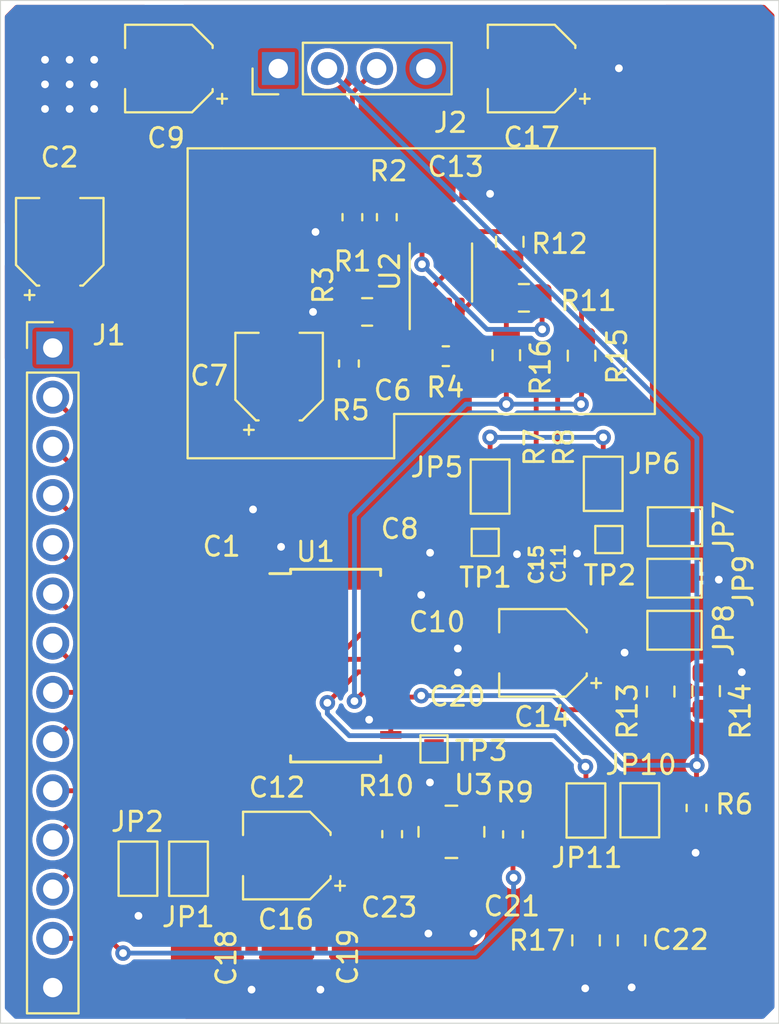
<source format=kicad_pcb>
(kicad_pcb (version 20171130) (host pcbnew "(5.1.5)-3")
  (layers (0 F.Cu signal) (31 B.Cu power) (34 B.Paste user) (35 F.Paste user) (36 B.SilkS user) (37 F.SilkS user) (38 B.Mask user) (39 F.Mask user) (44 Edge.Cuts user))
  (net 0 "")
  (net 1 GND)
  (net 2 AVDD)
  (net 3 "Net-(C6-Pad1)")
  (net 4 "Net-(C6-Pad2)")
  (net 5 "Net-(C10-Pad1)")
  (net 6 "Net-(C11-Pad2)")
  (net 7 "Net-(C12-Pad1)")
  (net 8 "Net-(C12-Pad2)")
  (net 9 AVSS)
  (net 10 "Net-(C15-Pad2)")
  (net 11 PWRCON)
  (net 12 "Net-(C22-Pad1)")
  (net 13 "Net-(C23-Pad1)")
  (net 14 D0)
  (net 15 D1)
  (net 16 D2)
  (net 17 D3)
  (net 18 D4)
  (net 19 D5)
  (net 20 D6)
  (net 21 D7)
  (net 22 D8)
  (net 23 D9)
  (net 24 OTR)
  (net 25 DRVDD)
  (net 26 VID)
  (net 27 CLAMP)
  (net 28 "Net-(JP1-Pad1)")
  (net 29 "Net-(JP7-Pad1)")
  (net 30 B)
  (net 31 A)
  (net 32 "Net-(R9-Pad1)")
  (net 33 CLK)
  (net 34 REFSENSE)
  (net 35 "Net-(U2-Pad7)")
  (net 36 VDD)
  (net 37 "Net-(R11-Pad2)")
  (net 38 "Net-(R12-Pad2)")
  (net 39 "Net-(R15-Pad1)")
  (module Resistor_SMD:R_0603_1608Metric (layer F.Cu) (at 144.93 100.94 270)
    (fp_text reference R10 (at -2.49 0.32 180) (layer F.SilkS))
    (fp_text value 50R)
    (pad 2 smd roundrect (at 0.7875 0 270) (size 0.875 0.95) (layers F.Cu F.Paste F.Mask) (net 13 "Net-(C23-Pad1)"))
    (pad 1 smd roundrect (at -0.7875 0 270) (size 0.875 0.95) (layers F.Cu F.Paste F.Mask) (net 33 CLK))
  )
  (module Package_SO:MSOP-8_3x3mm_P0.65mm (layer F.Cu) (at 147.447 71.9455 90)
    (fp_text reference U2 (at 0.0555 -2.637 90) (layer F.SilkS))
    (fp_text value AD8138)
    (pad 1 smd roundrect (at -2.1125 -0.975 90) (size 1.625 0.5) (layers F.Cu F.Paste F.Mask) (net 38 "Net-(R12-Pad2)"))
    (pad 2 smd roundrect (at -2.1125 -0.325 90) (size 1.625 0.5) (layers F.Cu F.Paste F.Mask) (net 3 "Net-(C6-Pad1)"))
    (pad 3 smd roundrect (at -2.1125 0.325 90) (size 1.625 0.5) (layers F.Cu F.Paste F.Mask) (net 2 AVDD))
    (pad 4 smd roundrect (at -2.1125 0.975 90) (size 1.625 0.5) (layers F.Cu F.Paste F.Mask) (net 30 B))
    (pad 5 smd roundrect (at 2.1125 0.975 90) (size 1.625 0.5) (layers F.Cu F.Paste F.Mask) (net 31 A))
    (pad 6 smd roundrect (at 2.1125 0.325 90) (size 1.625 0.5) (layers F.Cu F.Paste F.Mask) (net 9 AVSS))
    (pad 7 smd roundrect (at 2.1125 -0.325 90) (size 1.625 0.5) (layers F.Cu F.Paste F.Mask) (net 35 "Net-(U2-Pad7)"))
    (pad 8 smd roundrect (at 2.1125 -0.975 90) (size 1.625 0.5) (layers F.Cu F.Paste F.Mask) (net 37 "Net-(R11-Pad2)"))
  )
  (module Jumper:SolderJumper-2_P1.3mm_Open_Pad1.0x1.5mm (layer F.Cu) (at 157.71876 99.70516 270)
    (fp_text reference JP10 (at -2.34516 -0.06124 180) (layer F.SilkS))
    (fp_text value Jumper)
    (pad 1 smd rect (at -0.65 0 270) (size 1 1.5) (layers F.Cu F.Mask) (net 11 PWRCON))
    (pad 2 smd rect (at 0.65 0 270) (size 1 1.5) (layers F.Cu F.Mask) (net 2 AVDD))
  )
  (module Capacitor_SMD:CP_Elec_4x5.4 (layer F.Cu) (at 133.397 61.4135 180)
    (fp_text reference C9 (at 0.147 -3.5865 180) (layer F.SilkS))
    (fp_text value 10uF)
    (pad 2 smd roundrect (at 1.8 0 180) (size 2.6 1.6) (layers F.Cu F.Paste F.Mask) (roundrect_rratio 0.15625) (net 1 GND))
    (pad 1 smd roundrect (at -1.8 0 180) (size 2.6 1.6) (layers F.Cu F.Paste F.Mask) (roundrect_rratio 0.15625) (net 2 AVDD))
  )
  (module Resistor_SMD:R_0603_1608Metric (layer F.Cu) (at 160.64738 99.58832 90)
    (fp_text reference R6 (at 0.18832 1.95262 180) (layer F.SilkS))
    (fp_text value 50R)
    (pad 1 smd roundrect (at -0.7875 0 90) (size 0.875 0.95) (layers F.Cu F.Paste F.Mask) (net 1 GND))
    (pad 2 smd roundrect (at 0.7875 0 90) (size 0.875 0.95) (layers F.Cu F.Paste F.Mask) (net 27 CLAMP))
  )
  (module Resistor_SMD:R_0805_2012Metric (layer F.Cu) (at 154.94308 106.42428 270)
    (fp_text reference R17 (at 0.00572 2.53308 180) (layer F.SilkS))
    (fp_text value TBD)
    (pad 1 smd roundrect (at -0.9375 0 270) (size 0.975 1.4) (layers F.Cu F.Paste F.Mask) (net 12 "Net-(C22-Pad1)"))
    (pad 2 smd roundrect (at 0.9375 0 270) (size 0.975 1.4) (layers F.Cu F.Paste F.Mask) (net 1 GND))
  )
  (module Resistor_SMD:R_0805_2012Metric (layer F.Cu) (at 154.7114 76.2381 90)
    (fp_text reference R15 (at -0.0319 1.8286 270) (layer F.SilkS))
    (fp_text value TBD)
    (pad 1 smd roundrect (at -0.9375 0 90) (size 0.975 1.4) (layers F.Cu F.Paste F.Mask) (net 39 "Net-(R15-Pad1)"))
    (pad 2 smd roundrect (at 0.9375 0 90) (size 0.975 1.4) (layers F.Cu F.Paste F.Mask) (net 31 A))
  )
  (module Resistor_SMD:R_0805_2012Metric (layer F.Cu) (at 161.14522 93.55582 270)
    (fp_text reference R14 (at 1.04418 -1.77478 90) (layer F.SilkS))
    (fp_text value TBD)
    (pad 2 smd roundrect (at 0.9375 0 270) (size 0.975 1.4) (layers F.Cu F.Paste F.Mask) (net 34 REFSENSE))
    (pad 1 smd roundrect (at -0.9375 0 270) (size 0.975 1.4) (layers F.Cu F.Paste F.Mask) (net 1 GND))
  )
  (module Resistor_SMD:R_0805_2012Metric (layer F.Cu) (at 150.8252 76.2127 90)
    (fp_text reference R16 (at -0.6273 1.7648 270) (layer F.SilkS))
    (fp_text value TBD)
    (pad 2 smd roundrect (at 0.9375 0 90) (size 0.975 1.4) (layers F.Cu F.Paste F.Mask) (net 30 B))
    (pad 1 smd roundrect (at -0.9375 0 90) (size 0.975 1.4) (layers F.Cu F.Paste F.Mask) (net 39 "Net-(R15-Pad1)"))
  )
  (module Resistor_SMD:R_0805_2012Metric (layer F.Cu) (at 158.79826 93.57844 90)
    (fp_text reference R13 (at -1.02156 -1.71826 270) (layer F.SilkS))
    (fp_text value TBD)
    (pad 1 smd roundrect (at -0.9375 0 90) (size 0.975 1.4) (layers F.Cu F.Paste F.Mask) (net 34 REFSENSE))
    (pad 2 smd roundrect (at 0.9375 0 90) (size 0.975 1.4) (layers F.Cu F.Paste F.Mask) (net 29 "Net-(JP7-Pad1)"))
  )
  (module Resistor_SMD:R_0603_1608Metric (layer F.Cu) (at 142.6972 76.6445 270)
    (fp_text reference R5 (at 2.413 -0.0889 180) (layer F.SilkS))
    (fp_text value 1k)
    (pad 2 smd roundrect (at 0.7875 0 270) (size 0.875 0.95) (layers F.Cu F.Paste F.Mask) (net 3 "Net-(C6-Pad1)"))
    (pad 1 smd roundrect (at -0.7875 0 270) (size 0.875 0.95) (layers F.Cu F.Paste F.Mask) (net 4 "Net-(C6-Pad2)"))
  )
  (module Capacitor_SMD:C_0402_1005Metric (layer F.Cu) (at 153.987 85.4105 180)
    (fp_text reference C11 (at 0.46686 -1.5591 90) (layer F.SilkS) (effects (font (size 0.7 0.7) (thickness 0.125))))
    (fp_text value 20pF)
    (pad 1 smd roundrect (at -0.485 0 180) (size 0.59 0.64) (layers F.Cu F.Paste F.Mask) (net 1 GND))
    (pad 2 smd roundrect (at 0.485 0 180) (size 0.59 0.64) (layers F.Cu F.Paste F.Mask) (net 6 "Net-(C11-Pad2)"))
  )
  (module Capacitor_SMD:C_0402_1005Metric (layer F.Cu) (at 146.85 104.18 270)
    (fp_text reference C23 (at 0.54 2.08) (layer F.SilkS))
    (fp_text value 15pF)
    (pad 1 smd roundrect (at -0.485 0 270) (size 0.59 0.64) (layers F.Cu F.Paste F.Mask) (net 13 "Net-(C23-Pad1)"))
    (pad 2 smd roundrect (at 0.485 0 270) (size 0.59 0.64) (layers F.Cu F.Paste F.Mask) (net 1 GND))
  )
  (module Jumper:SolderJumper-2_P1.3mm_Open_Pad1.0x1.5mm (layer F.Cu) (at 149.987 82.9945 90)
    (fp_text reference JP5 (at 0.9945 -2.747 180) (layer F.SilkS))
    (fp_text value Jumper)
    (pad 1 smd rect (at -0.65 0 90) (size 1 1.5) (layers F.Cu F.Mask) (net 10 "Net-(C15-Pad2)"))
    (pad 2 smd rect (at 0.65 0 90) (size 1 1.5) (layers F.Cu F.Mask) (net 5 "Net-(C10-Pad1)"))
  )
  (module Jumper:SolderJumper-2_P1.3mm_Open_Pad1.0x1.5mm (layer F.Cu) (at 159.53486 85.0646 180)
    (fp_text reference JP7 (at -2.51714 -0.0254 90) (layer F.SilkS))
    (fp_text value Jumper)
    (pad 2 smd rect (at 0.65 0 180) (size 1 1.5) (layers F.Cu F.Mask) (net 5 "Net-(C10-Pad1)"))
    (pad 1 smd rect (at -0.65 0 180) (size 1 1.5) (layers F.Cu F.Mask) (net 29 "Net-(JP7-Pad1)"))
  )
  (module Capacitor_SMD:C_0402_1005Metric (layer F.Cu) (at 137.7696 86.106 270)
    (fp_text reference C1 (at -0.016 1.6496 180) (layer F.SilkS))
    (fp_text value 0.1uF)
    (pad 1 smd roundrect (at -0.485 0 270) (size 0.59 0.64) (layers F.Cu F.Paste F.Mask) (net 1 GND))
    (pad 2 smd roundrect (at 0.485 0 270) (size 0.59 0.64) (layers F.Cu F.Paste F.Mask) (net 25 DRVDD))
  )
  (module Capacitor_SMD:CP_Elec_4x5.4 (layer F.Cu) (at 127.762 70.358 90)
    (fp_text reference C2 (at 4.358 -0.012 180) (layer F.SilkS))
    (fp_text value 10uF)
    (pad 2 smd roundrect (at 1.8 0 90) (size 2.6 1.6) (layers F.Cu F.Paste F.Mask) (roundrect_rratio 0.15625) (net 1 GND))
    (pad 1 smd roundrect (at -1.8 0 90) (size 2.6 1.6) (layers F.Cu F.Paste F.Mask) (roundrect_rratio 0.15625) (net 25 DRVDD))
  )
  (module Capacitor_SMD:C_0402_1005Metric (layer F.Cu) (at 144.8816 76.1873 90)
    (fp_text reference C6 (at -1.8415 0.0762) (layer F.SilkS))
    (fp_text value 0.1uF)
    (pad 1 smd roundrect (at -0.485 0 90) (size 0.59 0.64) (layers F.Cu F.Paste F.Mask) (net 3 "Net-(C6-Pad1)"))
    (pad 2 smd roundrect (at 0.485 0 90) (size 0.59 0.64) (layers F.Cu F.Paste F.Mask) (net 4 "Net-(C6-Pad2)"))
  )
  (module Capacitor_SMD:CP_Elec_4x5.4 (layer F.Cu) (at 139.0904 77.3176 90)
    (fp_text reference C7 (at 0.0476 -3.6104) (layer F.SilkS))
    (fp_text value 10uF)
    (pad 2 smd roundrect (at 1.8 0 90) (size 2.6 1.6) (layers F.Cu F.Paste F.Mask) (roundrect_rratio 0.15625) (net 4 "Net-(C6-Pad2)"))
    (pad 1 smd roundrect (at -1.8 0 90) (size 2.6 1.6) (layers F.Cu F.Paste F.Mask) (roundrect_rratio 0.15625) (net 3 "Net-(C6-Pad1)"))
  )
  (module Capacitor_SMD:C_0402_1005Metric (layer F.Cu) (at 145.3388 86.4108 180)
    (fp_text reference C8 (at 0.0188 1.2308 180) (layer F.SilkS))
    (fp_text value 0.1uF)
    (pad 2 smd roundrect (at 0.485 0 180) (size 0.59 0.64) (layers F.Cu F.Paste F.Mask) (net 2 AVDD))
    (pad 1 smd roundrect (at -0.485 0 180) (size 0.59 0.64) (layers F.Cu F.Paste F.Mask) (net 1 GND))
  )
  (module Capacitor_SMD:C_0402_1005Metric (layer F.Cu) (at 146.835 91.275)
    (fp_text reference C10 (at 0.415 -1.285 180) (layer F.SilkS))
    (fp_text value 0.1uF)
    (pad 1 smd roundrect (at -0.485 0) (size 0.59 0.64) (layers F.Cu F.Paste F.Mask) (net 5 "Net-(C10-Pad1)"))
    (pad 2 smd roundrect (at 0.485 0) (size 0.59 0.64) (layers F.Cu F.Paste F.Mask) (net 1 GND))
  )
  (module Capacitor_SMD:C_0402_1005Metric (layer F.Cu) (at 141.605 98.552)
    (fp_text reference C12 (at -2.625 -0.022 180) (layer F.SilkS))
    (fp_text value 0.1uF)
    (pad 1 smd roundrect (at -0.485 0) (size 0.59 0.64) (layers F.Cu F.Paste F.Mask) (net 7 "Net-(C12-Pad1)"))
    (pad 2 smd roundrect (at 0.485 0) (size 0.59 0.64) (layers F.Cu F.Paste F.Mask) (net 8 "Net-(C12-Pad2)"))
  )
  (module Capacitor_SMD:C_0402_1005Metric (layer F.Cu) (at 148.209 67.8815)
    (fp_text reference C13 (at 0 -1.397 -180) (layer F.SilkS))
    (fp_text value 0.1uF)
    (pad 2 smd roundrect (at 0.485 0) (size 0.59 0.64) (layers F.Cu F.Paste F.Mask) (net 1 GND))
    (pad 1 smd roundrect (at -0.485 0) (size 0.59 0.64) (layers F.Cu F.Paste F.Mask) (net 9 AVSS))
  )
  (module Capacitor_SMD:CP_Elec_4x5.4 (layer F.Cu) (at 152.7175 91.5797 180)
    (fp_text reference C14 (at 0.0375 -3.3003) (layer F.SilkS))
    (fp_text value 10uF)
    (pad 1 smd roundrect (at -1.8 0 180) (size 2.6 1.6) (layers F.Cu F.Paste F.Mask) (roundrect_rratio 0.15625) (net 1 GND))
    (pad 2 smd roundrect (at 1.8 0 180) (size 2.6 1.6) (layers F.Cu F.Paste F.Mask) (roundrect_rratio 0.15625) (net 5 "Net-(C10-Pad1)"))
  )
  (module Capacitor_SMD:C_0402_1005Metric (layer F.Cu) (at 151.872 85.4105)
    (fp_text reference C15 (at 0.50768 1.61244 270) (layer F.SilkS) (effects (font (size 0.7 0.7))))
    (fp_text value 20pF)
    (pad 2 smd roundrect (at 0.485 0) (size 0.59 0.64) (layers F.Cu F.Paste F.Mask) (net 10 "Net-(C15-Pad2)"))
    (pad 1 smd roundrect (at -0.485 0) (size 0.59 0.64) (layers F.Cu F.Paste F.Mask) (net 1 GND))
  )
  (module Capacitor_SMD:CP_Elec_4x5.4 (layer F.Cu) (at 139.4875 102.0445 180)
    (fp_text reference C16 (at 0.0415 -3.302) (layer F.SilkS))
    (fp_text value 10uF)
    (pad 1 smd roundrect (at -1.8 0 180) (size 2.6 1.6) (layers F.Cu F.Paste F.Mask) (roundrect_rratio 0.15625) (net 8 "Net-(C12-Pad2)"))
    (pad 2 smd roundrect (at 1.8 0 180) (size 2.6 1.6) (layers F.Cu F.Paste F.Mask) (roundrect_rratio 0.15625) (net 7 "Net-(C12-Pad1)"))
  )
  (module Capacitor_SMD:CP_Elec_4x5.4 (layer F.Cu) (at 152.1295 61.4135 180)
    (fp_text reference C17 (at 0 -3.556 180) (layer F.SilkS))
    (fp_text value 10uF)
    (pad 1 smd roundrect (at -1.8 0 180) (size 2.6 1.6) (layers F.Cu F.Paste F.Mask) (roundrect_rratio 0.15625) (net 1 GND))
    (pad 2 smd roundrect (at 1.8 0 180) (size 2.6 1.6) (layers F.Cu F.Paste F.Mask) (roundrect_rratio 0.15625) (net 9 AVSS))
  )
  (module Capacitor_SMD:C_0402_1005Metric (layer F.Cu) (at 137.668 107.292 90)
    (fp_text reference C18 (at -0.038 -1.308 270) (layer F.SilkS))
    (fp_text value 0.1uF)
    (pad 2 smd roundrect (at 0.485 0 90) (size 0.59 0.64) (layers F.Cu F.Paste F.Mask) (net 7 "Net-(C12-Pad1)"))
    (pad 1 smd roundrect (at -0.485 0 90) (size 0.59 0.64) (layers F.Cu F.Paste F.Mask) (net 1 GND))
  )
  (module Capacitor_SMD:C_0402_1005Metric (layer F.Cu) (at 141.2875 107.2515 90)
    (fp_text reference C19 (at -0.0285 1.3525 270) (layer F.SilkS))
    (fp_text value 0.1uF)
    (pad 2 smd roundrect (at 0.485 0 90) (size 0.59 0.64) (layers F.Cu F.Paste F.Mask) (net 8 "Net-(C12-Pad2)"))
    (pad 1 smd roundrect (at -0.485 0 90) (size 0.59 0.64) (layers F.Cu F.Paste F.Mask) (net 1 GND))
  )
  (module Capacitor_SMD:C_0402_1005Metric (layer F.Cu) (at 146.825 92.58 180)
    (fp_text reference C20 (at -1.4725 -1.25) (layer F.SilkS))
    (fp_text value 0.1uF)
    (pad 1 smd roundrect (at -0.485 0 180) (size 0.59 0.64) (layers F.Cu F.Paste F.Mask) (net 1 GND))
    (pad 2 smd roundrect (at 0.485 0 180) (size 0.59 0.64) (layers F.Cu F.Paste F.Mask) (net 11 PWRCON))
  )
  (module Capacitor_SMD:C_0402_1005Metric (layer F.Cu) (at 149.1 104.14 270)
    (fp_text reference C21 (at 0.52 -2.01 180) (layer F.SilkS))
    (fp_text value 0.1uF)
    (pad 2 smd roundrect (at 0.485 0 270) (size 0.59 0.64) (layers F.Cu F.Paste F.Mask) (net 1 GND))
    (pad 1 smd roundrect (at -0.485 0 270) (size 0.59 0.64) (layers F.Cu F.Paste F.Mask) (net 36 VDD))
  )
  (module Capacitor_SMD:C_0805_2012Metric (layer F.Cu) (at 157.29258 106.42428 270)
    (fp_text reference C22 (at -0.03428 -2.52742 180) (layer F.SilkS))
    (fp_text value 1uF)
    (pad 1 smd roundrect (at -0.9375 0 270) (size 0.975 1.4) (layers F.Cu F.Paste F.Mask) (net 12 "Net-(C22-Pad1)"))
    (pad 2 smd roundrect (at 0.9375 0 270) (size 0.975 1.4) (layers F.Cu F.Paste F.Mask) (net 1 GND))
  )
  (module Resistor_SMD:R_0603_1608Metric (layer F.Cu) (at 142.875 69.088 90)
    (fp_text reference R1 (at -2.282 0.005 180) (layer F.SilkS))
    (fp_text value 50R)
    (pad 1 smd roundrect (at -0.7875 0 90) (size 0.875 0.95) (layers F.Cu F.Paste F.Mask) (net 1 GND))
    (pad 2 smd roundrect (at 0.7875 0 90) (size 0.875 0.95) (layers F.Cu F.Paste F.Mask) (net 26 VID))
  )
  (module Resistor_SMD:R_0603_1608Metric (layer F.Cu) (at 144.653 69.088 90)
    (fp_text reference R2 (at 2.378 0.087) (layer F.SilkS))
    (fp_text value 1R)
    (pad 1 smd roundrect (at -0.7875 0 90) (size 0.875 0.95) (layers F.Cu F.Paste F.Mask) (net 37 "Net-(R11-Pad2)"))
    (pad 2 smd roundrect (at 0.7875 0 90) (size 0.875 0.95) (layers F.Cu F.Paste F.Mask) (net 26 VID))
  )
  (module Resistor_SMD:R_0805_2012Metric (layer F.Cu) (at 143.637 73.9775 180)
    (fp_text reference R3 (at 2.2733 1.3843 270) (layer F.SilkS))
    (fp_text value 25R)
    (pad 1 smd roundrect (at -0.9375 0 180) (size 0.975 1.4) (layers F.Cu F.Paste F.Mask) (net 38 "Net-(R12-Pad2)"))
    (pad 2 smd roundrect (at 0.9375 0 180) (size 0.975 1.4) (layers F.Cu F.Paste F.Mask) (net 1 GND))
  )
  (module Resistor_SMD:R_0603_1608Metric (layer F.Cu) (at 147.701 76.2635)
    (fp_text reference R4 (at -0.0254 1.6129) (layer F.SilkS))
    (fp_text value 1k)
    (pad 1 smd roundrect (at -0.7875 0) (size 0.875 0.95) (layers F.Cu F.Paste F.Mask) (net 3 "Net-(C6-Pad1)"))
    (pad 2 smd roundrect (at 0.7875 0) (size 0.875 0.95) (layers F.Cu F.Paste F.Mask) (net 2 AVDD))
  )
  (module Resistor_SMD:R_0402_1005Metric (layer F.Cu) (at 152.367 83.0705 270)
    (fp_text reference R7 (at -2.108 0.094 90) (layer F.SilkS))
    (fp_text value 10R)
    (pad 1 smd roundrect (at -0.485 0 270) (size 0.59 0.64) (layers F.Cu F.Paste F.Mask) (net 30 B))
    (pad 2 smd roundrect (at 0.485 0 270) (size 0.59 0.64) (layers F.Cu F.Paste F.Mask) (net 10 "Net-(C15-Pad2)"))
  )
  (module Resistor_SMD:R_0402_1005Metric (layer F.Cu) (at 153.477 83.0605 270)
    (fp_text reference R8 (at -2.098 -0.32 90) (layer F.SilkS))
    (fp_text value 10R)
    (pad 2 smd roundrect (at 0.485 0 270) (size 0.59 0.64) (layers F.Cu F.Paste F.Mask) (net 6 "Net-(C11-Pad2)"))
    (pad 1 smd roundrect (at -0.485 0 270) (size 0.59 0.64) (layers F.Cu F.Paste F.Mask) (net 31 A))
  )
  (module Resistor_SMD:R_0603_1608Metric (layer F.Cu) (at 151.17 100.9525 270)
    (fp_text reference R9 (at -2.1725 -0.1 180) (layer F.SilkS))
    (fp_text value 1k)
    (pad 2 smd roundrect (at 0.7875 0 270) (size 0.875 0.95) (layers F.Cu F.Paste F.Mask) (net 36 VDD))
    (pad 1 smd roundrect (at -0.7875 0 270) (size 0.875 0.95) (layers F.Cu F.Paste F.Mask) (net 32 "Net-(R9-Pad1)"))
  )
  (module Package_SO:TSSOP-28_4.4x9.7mm_P0.65mm (layer F.Cu) (at 142.009 92.238788)
    (fp_text reference U1 (at -1.039 -5.878788) (layer F.SilkS))
    (fp_text value AD9203)
    (pad 1 smd rect (at -2.85 -4.225) (size 1.1 0.4) (layers F.Cu F.Paste F.Mask) (net 1 GND))
    (pad 2 smd rect (at -2.85 -3.575) (size 1.1 0.4) (layers F.Cu F.Paste F.Mask) (net 25 DRVDD))
    (pad 3 smd rect (at -2.85 -2.925) (size 1.1 0.4) (layers F.Cu F.Paste F.Mask) (net 14 D0))
    (pad 4 smd rect (at -2.85 -2.275) (size 1.1 0.4) (layers F.Cu F.Paste F.Mask) (net 15 D1))
    (pad 5 smd rect (at -2.85 -1.625) (size 1.1 0.4) (layers F.Cu F.Paste F.Mask) (net 16 D2))
    (pad 6 smd rect (at -2.85 -0.975) (size 1.1 0.4) (layers F.Cu F.Paste F.Mask) (net 17 D3))
    (pad 7 smd rect (at -2.85 -0.325) (size 1.1 0.4) (layers F.Cu F.Paste F.Mask) (net 18 D4))
    (pad 8 smd rect (at -2.85 0.325) (size 1.1 0.4) (layers F.Cu F.Paste F.Mask) (net 19 D5))
    (pad 9 smd rect (at -2.85 0.975) (size 1.1 0.4) (layers F.Cu F.Paste F.Mask) (net 20 D6))
    (pad 10 smd rect (at -2.85 1.625) (size 1.1 0.4) (layers F.Cu F.Paste F.Mask) (net 21 D7))
    (pad 11 smd rect (at -2.85 2.275) (size 1.1 0.4) (layers F.Cu F.Paste F.Mask) (net 22 D8))
    (pad 12 smd rect (at -2.85 2.925) (size 1.1 0.4) (layers F.Cu F.Paste F.Mask) (net 23 D9))
    (pad 13 smd rect (at -2.85 3.575) (size 1.1 0.4) (layers F.Cu F.Paste F.Mask) (net 24 OTR))
    (pad 14 smd rect (at -2.85 4.225) (size 1.1 0.4) (layers F.Cu F.Paste F.Mask) (net 28 "Net-(JP1-Pad1)"))
    (pad 15 smd rect (at 2.85 4.225) (size 1.1 0.4) (layers F.Cu F.Paste F.Mask) (net 33 CLK))
    (pad 16 smd rect (at 2.85 3.575) (size 1.1 0.4) (layers F.Cu F.Paste F.Mask) (net 1 GND))
    (pad 17 smd rect (at 2.85 2.925) (size 1.1 0.4) (layers F.Cu F.Paste F.Mask) (net 1 GND))
    (pad 18 smd rect (at 2.85 2.275) (size 1.1 0.4) (layers F.Cu F.Paste F.Mask) (net 34 REFSENSE))
    (pad 19 smd rect (at 2.85 1.625) (size 1.1 0.4) (layers F.Cu F.Paste F.Mask) (net 27 CLAMP))
    (pad 20 smd rect (at 2.85 0.975) (size 1.1 0.4) (layers F.Cu F.Paste F.Mask) (net 39 "Net-(R15-Pad1)"))
    (pad 21 smd rect (at 2.85 0.325) (size 1.1 0.4) (layers F.Cu F.Paste F.Mask) (net 11 PWRCON))
    (pad 22 smd rect (at 2.85 -0.325) (size 1.1 0.4) (layers F.Cu F.Paste F.Mask) (net 8 "Net-(C12-Pad2)"))
    (pad 23 smd rect (at 2.85 -0.975) (size 1.1 0.4) (layers F.Cu F.Paste F.Mask) (net 5 "Net-(C10-Pad1)"))
    (pad 24 smd rect (at 2.85 -1.625) (size 1.1 0.4) (layers F.Cu F.Paste F.Mask) (net 7 "Net-(C12-Pad1)"))
    (pad 25 smd rect (at 2.85 -2.275) (size 1.1 0.4) (layers F.Cu F.Paste F.Mask) (net 6 "Net-(C11-Pad2)"))
    (pad 26 smd rect (at 2.85 -2.925) (size 1.1 0.4) (layers F.Cu F.Paste F.Mask) (net 10 "Net-(C15-Pad2)"))
    (pad 27 smd rect (at 2.85 -3.575) (size 1.1 0.4) (layers F.Cu F.Paste F.Mask) (net 1 GND))
    (pad 28 smd rect (at 2.85 -4.225) (size 1.1 0.4) (layers F.Cu F.Paste F.Mask) (net 2 AVDD))
  )
  (module Connector_PinHeader_2.54mm:PinHeader_1x04_P2.54mm_Vertical (layer F.Cu) (at 139.0485 61.4135 90)
    (fp_text reference J2 (at -2.794 8.89 180) (layer F.SilkS))
    (fp_text value Conn_01x04_Male)
    (pad 1 thru_hole rect (at 0 0 90) (size 1.7 1.7) (drill 1) (layers *.Cu *.Mask) (net 2 AVDD))
    (pad 2 thru_hole oval (at 0 2.54 90) (size 1.7 1.7) (drill 1) (layers *.Cu *.Mask) (net 27 CLAMP))
    (pad 3 thru_hole oval (at 0 5.08 90) (size 1.7 1.7) (drill 1) (layers *.Cu *.Mask) (net 26 VID))
    (pad 4 thru_hole oval (at 0 7.62 90) (size 1.7 1.7) (drill 1) (layers *.Cu *.Mask) (net 9 AVSS))
  )
  (module TestPoint:TestPoint_Pad_1.0x1.0mm (layer F.Cu) (at 147.09 96.54 270)
    (fp_text reference TP3 (at 0.1 -2.44 180) (layer F.SilkS))
    (fp_text value TestPoint)
    (pad 1 smd rect (at 0 0 270) (size 1 1) (layers F.Cu F.Mask) (net 33 CLK))
  )
  (module Connector_PinHeader_2.54mm:PinHeader_1x14_P2.54mm_Vertical (layer F.Cu) (at 127.4 75.84)
    (fp_text reference J1 (at 2.902 -0.656) (layer F.SilkS))
    (fp_text value Conn_01x14_Male)
    (pad 1 thru_hole rect (at 0 0) (size 1.7 1.7) (drill 1) (layers *.Cu *.Mask) (net 25 DRVDD))
    (pad 2 thru_hole oval (at 0 2.54) (size 1.7 1.7) (drill 1) (layers *.Cu *.Mask) (net 14 D0))
    (pad 3 thru_hole oval (at 0 5.08) (size 1.7 1.7) (drill 1) (layers *.Cu *.Mask) (net 15 D1))
    (pad 4 thru_hole oval (at 0 7.62) (size 1.7 1.7) (drill 1) (layers *.Cu *.Mask) (net 16 D2))
    (pad 5 thru_hole oval (at 0 10.16) (size 1.7 1.7) (drill 1) (layers *.Cu *.Mask) (net 17 D3))
    (pad 6 thru_hole oval (at 0 12.7) (size 1.7 1.7) (drill 1) (layers *.Cu *.Mask) (net 18 D4))
    (pad 7 thru_hole oval (at 0 15.24) (size 1.7 1.7) (drill 1) (layers *.Cu *.Mask) (net 19 D5))
    (pad 8 thru_hole oval (at 0 17.78) (size 1.7 1.7) (drill 1) (layers *.Cu *.Mask) (net 20 D6))
    (pad 9 thru_hole oval (at 0 20.32) (size 1.7 1.7) (drill 1) (layers *.Cu *.Mask) (net 21 D7))
    (pad 10 thru_hole oval (at 0 22.86) (size 1.7 1.7) (drill 1) (layers *.Cu *.Mask) (net 22 D8))
    (pad 11 thru_hole oval (at 0 25.4) (size 1.7 1.7) (drill 1) (layers *.Cu *.Mask) (net 23 D9))
    (pad 12 thru_hole oval (at 0 27.94) (size 1.7 1.7) (drill 1) (layers *.Cu *.Mask) (net 24 OTR))
    (pad 13 thru_hole oval (at 0 30.48) (size 1.7 1.7) (drill 1) (layers *.Cu *.Mask) (net 36 VDD))
    (pad 14 thru_hole oval (at 0 33.02) (size 1.7 1.7) (drill 1) (layers *.Cu *.Mask) (net 1 GND))
  )
  (module TestPoint:TestPoint_Pad_1.0x1.0mm (layer F.Cu) (at 149.73554 85.87486 180)
    (fp_text reference TP1 (at -0.01524 -1.81356 180) (layer F.SilkS))
    (fp_text value TestPoint)
    (pad 1 smd rect (at 0 0 180) (size 1 1) (layers F.Cu F.Mask) (net 10 "Net-(C15-Pad2)"))
  )
  (module TestPoint:TestPoint_Pad_1.0x1.0mm (layer F.Cu) (at 156.1211 85.73008)
    (fp_text reference TP2 (at 0.0508 1.84404 180) (layer F.SilkS))
    (fp_text value TestPoint)
    (pad 1 smd rect (at 0 0) (size 1 1) (layers F.Cu F.Mask) (net 6 "Net-(C11-Pad2)"))
  )
  (module Jumper:SolderJumper-2_P1.3mm_Open_Pad1.0x1.5mm (layer F.Cu) (at 134.4105 102.72472 270)
    (fp_text reference JP1 (at 2.49528 0.0105) (layer F.SilkS))
    (fp_text value Jumper)
    (pad 1 smd rect (at -0.65 0 270) (size 1 1.5) (layers F.Cu F.Mask) (net 28 "Net-(JP1-Pad1)"))
    (pad 2 smd rect (at 0.65 0 270) (size 1 1.5) (layers F.Cu F.Mask) (net 2 AVDD))
  )
  (module Jumper:SolderJumper-2_P1.3mm_Open_Pad1.0x1.5mm (layer F.Cu) (at 155.829 82.8525 90)
    (fp_text reference JP6 (at 1.0325 2.641 180) (layer F.SilkS))
    (fp_text value Jumper)
    (pad 1 smd rect (at -0.65 0 90) (size 1 1.5) (layers F.Cu F.Mask) (net 6 "Net-(C11-Pad2)"))
    (pad 2 smd rect (at 0.65 0 90) (size 1 1.5) (layers F.Cu F.Mask) (net 5 "Net-(C10-Pad1)"))
  )
  (module Jumper:SolderJumper-2_P1.3mm_Open_Pad1.0x1.5mm (layer F.Cu) (at 159.512 90.41384 180)
    (fp_text reference JP8 (at -2.54 -0.01016 90) (layer F.SilkS))
    (fp_text value Jumper)
    (pad 2 smd rect (at 0.65 0 180) (size 1 1.5) (layers F.Cu F.Mask) (net 29 "Net-(JP7-Pad1)"))
    (pad 1 smd rect (at -0.65 0 180) (size 1 1.5) (layers F.Cu F.Mask) (net 2 AVDD))
  )
  (module Jumper:SolderJumper-2_P1.3mm_Open_Pad1.0x1.5mm (layer F.Cu) (at 159.512 87.72652 180)
    (fp_text reference JP9 (at -3.556 -0.15748 90) (layer F.SilkS))
    (fp_text value Jumper)
    (pad 2 smd rect (at 0.65 0 180) (size 1 1.5) (layers F.Cu F.Mask) (net 29 "Net-(JP7-Pad1)"))
    (pad 1 smd rect (at -0.65 0 180) (size 1 1.5) (layers F.Cu F.Mask) (net 1 GND))
  )
  (module Jumper:SolderJumper-2_P1.3mm_Open_Pad1.0x1.5mm (layer F.Cu) (at 154.93746 99.71786 270)
    (fp_text reference JP11 (at 2.44214 -0.05254 180) (layer F.SilkS))
    (fp_text value Jumper)
    (pad 2 smd rect (at 0.65 0 270) (size 1 1.5) (layers F.Cu F.Mask) (net 12 "Net-(C22-Pad1)"))
    (pad 1 smd rect (at -0.65 0 270) (size 1 1.5) (layers F.Cu F.Mask) (net 11 PWRCON))
  )
  (module Jumper:SolderJumper-2_P1.3mm_Open_Pad1.0x1.5mm (layer F.Cu) (at 131.8 102.72218 270)
    (fp_text reference JP2 (at -2.42218 0.03) (layer F.SilkS))
    (fp_text value Jumper)
    (pad 2 smd rect (at 0.65 0 270) (size 1 1.5) (layers F.Cu F.Mask) (net 1 GND))
    (pad 1 smd rect (at -0.65 0 270) (size 1 1.5) (layers F.Cu F.Mask) (net 28 "Net-(JP1-Pad1)"))
  )
  (module Resistor_SMD:R_0805_2012Metric (layer F.Cu) (at 151.73452 73.25106)
    (fp_text reference R11 (at 3.33248 0.15494) (layer F.SilkS))
    (fp_text value TBD)
    (pad 2 smd roundrect (at 0.9375 0) (size 0.975 1.4) (layers F.Cu F.Paste F.Mask) (net 37 "Net-(R11-Pad2)"))
    (pad 1 smd roundrect (at -0.9375 0) (size 0.975 1.4) (layers F.Cu F.Paste F.Mask) (net 30 B))
  )
  (module Resistor_SMD:R_0805_2012Metric (layer F.Cu) (at 151.003 70.358 270)
    (fp_text reference R12 (at 0.1016 -2.5654 180) (layer F.SilkS))
    (fp_text value TBD)
    (pad 1 smd roundrect (at -0.9375 0 270) (size 0.975 1.4) (layers F.Cu F.Paste F.Mask) (net 31 A))
    (pad 2 smd roundrect (at 0.9375 0 270) (size 0.975 1.4) (layers F.Cu F.Paste F.Mask) (net 38 "Net-(R12-Pad2)"))
  )
  (module Oscillator:Oscillator_SMD_SiT8208-4Pin_3.2x2.5mm_P0.75mm (layer F.Cu) (at 147.99 100.87 180)
    (fp_text reference U3 (at -1.14 2.48) (layer F.SilkS))
    (fp_text value SIT8208AI-2F-33E-27.000000Y)
    (pad 4 smd rect (at -1.1 -0.9 180) (size 1.4 1.2) (layers F.Cu F.Paste F.Mask) (net 36 VDD))
    (pad 1 smd rect (at -1.1 1 180) (size 1.4 1.2) (layers F.Cu F.Paste F.Mask) (net 32 "Net-(R9-Pad1)"))
    (pad 3 smd rect (at 1.1 -0.9 180) (size 1.4 1.2) (layers F.Cu F.Paste F.Mask) (net 13 "Net-(C23-Pad1)"))
    (pad 2 smd rect (at 1.1 1 180) (size 1.4 1.2) (layers F.Cu F.Paste F.Mask) (net 1 GND))
  )
  (gr_line (start 134.366 65.532) (end 136.144 65.532) (layer F.SilkS) (width 0.12))
  (gr_line (start 134.366 81.534) (end 134.366 65.532) (layer F.SilkS) (width 0.12))
  (gr_line (start 145.034 81.534) (end 134.366 81.534) (layer F.SilkS) (width 0.12))
  (gr_line (start 145.034 79.248) (end 145.034 81.534) (layer F.SilkS) (width 0.12))
  (gr_line (start 158.496 79.248) (end 145.034 79.248) (layer F.SilkS) (width 0.12))
  (gr_line (start 158.496 65.532) (end 158.496 79.248) (layer F.SilkS) (width 0.12))
  (gr_line (start 136.144 65.532) (end 158.496 65.532) (layer F.SilkS) (width 0.12))
  (gr_line (start 164.9 57.9) (end 124.7 57.9) (layer Edge.Cuts) (width 0.05))
  (gr_line (start 164.9 110.7) (end 164.9 57.9) (layer Edge.Cuts) (width 0.05))
  (gr_line (start 124.7 110.7) (end 164.9 110.7) (layer Edge.Cuts) (width 0.05))
  (gr_line (start 124.7 57.9) (end 124.7 110.7) (layer Edge.Cuts) (width 0.05))
  (segment (start 144.859 95.813788) (end 144.859 95.163788) (width 0.25) (layer F.Cu) (net 1))
  (segment (start 144.854788 88.668) (end 144.859 88.663788) (width 0.25) (layer F.Cu) (net 1))
  (via (at 139.192 86.106) (size 0.8) (drill 0.4) (layers F.Cu B.Cu) (net 1))
  (segment (start 139.159 88.013788) (end 139.159 86.139) (width 0.25) (layer F.Cu) (net 1))
  (segment (start 139.159 86.139) (end 139.192 86.106) (width 0.25) (layer F.Cu) (net 1))
  (via (at 149.987 67.8815) (size 0.8) (drill 0.4) (layers F.Cu B.Cu) (net 1))
  (segment (start 148.694 67.8815) (end 149.987 67.8815) (width 0.25) (layer F.Cu) (net 1))
  (via (at 140.843 73.9775) (size 0.8) (drill 0.4) (layers F.Cu B.Cu) (net 1))
  (segment (start 142.6995 73.9775) (end 140.843 73.9775) (width 0.25) (layer F.Cu) (net 1))
  (via (at 156.9339 91.567) (size 0.8) (drill 0.4) (layers F.Cu B.Cu) (net 1))
  (segment (start 154.5175 91.5797) (end 156.9212 91.5797) (width 0.25) (layer F.Cu) (net 1))
  (segment (start 156.9212 91.5797) (end 156.9339 91.567) (width 0.25) (layer F.Cu) (net 1))
  (via (at 162.98672 92.57538) (size 0.8) (drill 0.4) (layers F.Cu B.Cu) (net 1))
  (segment (start 161.14522 92.61832) (end 162.94378 92.61832) (width 0.25) (layer F.Cu) (net 1))
  (segment (start 162.94378 92.61832) (end 162.98672 92.57538) (width 0.25) (layer F.Cu) (net 1))
  (via (at 151.37638 86.487) (size 0.8) (drill 0.4) (layers F.Cu B.Cu) (net 1))
  (segment (start 151.387 85.4105) (end 151.387 86.47638) (width 0.25) (layer F.Cu) (net 1))
  (segment (start 151.387 86.47638) (end 151.37638 86.487) (width 0.25) (layer F.Cu) (net 1))
  (via (at 154.48026 86.45144) (size 0.8) (drill 0.4) (layers F.Cu B.Cu) (net 1))
  (segment (start 154.472 85.4105) (end 154.472 86.44318) (width 0.25) (layer F.Cu) (net 1))
  (segment (start 154.472 86.44318) (end 154.48026 86.45144) (width 0.25) (layer F.Cu) (net 1))
  (segment (start 160.162 87.72652) (end 161.72652 87.72652) (width 0.25) (layer F.Cu) (net 1))
  (via (at 161.8 87.8) (size 0.8) (drill 0.4) (layers F.Cu B.Cu) (net 1))
  (segment (start 161.72652 87.72652) (end 161.8 87.8) (width 0.25) (layer F.Cu) (net 1))
  (via (at 140.97 69.85) (size 0.8) (drill 0.4) (layers F.Cu B.Cu) (net 1))
  (segment (start 142.875 69.8755) (end 140.9955 69.8755) (width 0.25) (layer F.Cu) (net 1))
  (segment (start 140.9955 69.8755) (end 140.97 69.85) (width 0.25) (layer F.Cu) (net 1))
  (via (at 137.668 108.966) (size 0.8) (drill 0.4) (layers F.Cu B.Cu) (net 1))
  (segment (start 137.668 107.777) (end 137.668 108.966) (width 0.25) (layer F.Cu) (net 1))
  (segment (start 141.2875 107.7365) (end 141.2875 108.9025) (width 0.25) (layer F.Cu) (net 1))
  (via (at 141.224 108.966) (size 0.8) (drill 0.4) (layers F.Cu B.Cu) (net 1))
  (segment (start 141.2875 108.9025) (end 141.224 108.966) (width 0.25) (layer F.Cu) (net 1))
  (via (at 131.826 105.156) (size 0.8) (drill 0.4) (layers F.Cu B.Cu) (net 1))
  (segment (start 131.8 103.37218) (end 131.8 105.13) (width 0.25) (layer F.Cu) (net 1))
  (segment (start 131.8 105.13) (end 131.826 105.156) (width 0.25) (layer F.Cu) (net 1))
  (via (at 160.6 101.9) (size 0.8) (drill 0.4) (layers F.Cu B.Cu) (net 1))
  (segment (start 160.64738 100.37582) (end 160.64738 101.85262) (width 0.25) (layer F.Cu) (net 1))
  (segment (start 160.64738 101.85262) (end 160.6 101.9) (width 0.25) (layer F.Cu) (net 1))
  (segment (start 154.94308 107.36178) (end 154.94308 108.85692) (width 0.25) (layer F.Cu) (net 1))
  (via (at 154.9 108.9) (size 0.8) (drill 0.4) (layers F.Cu B.Cu) (net 1))
  (segment (start 154.94308 108.85692) (end 154.9 108.9) (width 0.25) (layer F.Cu) (net 1))
  (via (at 157.3 108.85) (size 0.8) (drill 0.4) (layers F.Cu B.Cu) (net 1))
  (segment (start 157.29258 107.36178) (end 157.29258 108.84258) (width 0.25) (layer F.Cu) (net 1))
  (segment (start 157.29258 108.84258) (end 157.3 108.85) (width 0.25) (layer F.Cu) (net 1))
  (via (at 127 60.96) (size 0.8) (drill 0.4) (layers F.Cu B.Cu) (net 1))
  (via (at 128.27 60.96) (size 0.8) (drill 0.4) (layers F.Cu B.Cu) (net 1))
  (via (at 127 62.23) (size 0.8) (drill 0.4) (layers F.Cu B.Cu) (net 1))
  (via (at 128.27 62.23) (size 0.8) (drill 0.4) (layers F.Cu B.Cu) (net 1))
  (via (at 127 63.5) (size 0.8) (drill 0.4) (layers F.Cu B.Cu) (net 1))
  (via (at 128.27 63.5) (size 0.8) (drill 0.4) (layers F.Cu B.Cu) (net 1))
  (via (at 129.54 63.5) (size 0.8) (drill 0.4) (layers F.Cu B.Cu) (net 1))
  (via (at 129.54 62.23) (size 0.8) (drill 0.4) (layers F.Cu B.Cu) (net 1))
  (via (at 129.54 60.96) (size 0.8) (drill 0.4) (layers F.Cu B.Cu) (net 1))
  (via (at 143.74 95.03) (size 0.8) (drill 0.4) (layers F.Cu B.Cu) (net 1))
  (segment (start 144.859 95.163788) (end 143.873788 95.163788) (width 0.25) (layer F.Cu) (net 1))
  (segment (start 143.873788 95.163788) (end 143.74 95.03) (width 0.25) (layer F.Cu) (net 1))
  (via (at 156.64 61.4) (size 0.8) (drill 0.4) (layers F.Cu B.Cu) (net 1))
  (segment (start 153.9295 61.4135) (end 156.6265 61.4135) (width 0.25) (layer F.Cu) (net 1))
  (segment (start 156.6265 61.4135) (end 156.64 61.4) (width 0.25) (layer F.Cu) (net 1))
  (segment (start 137.7696 85.621) (end 137.7696 84.201) (width 0.25) (layer F.Cu) (net 1))
  (via (at 137.7442 84.1756) (size 0.8) (drill 0.4) (layers F.Cu B.Cu) (net 1))
  (segment (start 137.7696 84.201) (end 137.7442 84.1756) (width 0.25) (layer F.Cu) (net 1))
  (via (at 146.431 88.588788) (size 0.8) (drill 0.4) (layers F.Cu B.Cu) (net 1))
  (segment (start 144.859 88.663788) (end 146.356 88.663788) (width 0.25) (layer F.Cu) (net 1))
  (segment (start 146.356 88.663788) (end 146.431 88.588788) (width 0.25) (layer F.Cu) (net 1))
  (via (at 146.8882 86.4108) (size 0.8) (drill 0.4) (layers F.Cu B.Cu) (net 1))
  (segment (start 145.8238 86.4108) (end 146.8882 86.4108) (width 0.25) (layer F.Cu) (net 1))
  (via (at 148.33 92.59) (size 0.8) (drill 0.4) (layers F.Cu B.Cu) (net 1))
  (segment (start 147.31 92.58) (end 148.32 92.58) (width 0.25) (layer F.Cu) (net 1))
  (segment (start 148.32 92.58) (end 148.33 92.59) (width 0.25) (layer F.Cu) (net 1))
  (via (at 148.32 91.35499) (size 0.8) (drill 0.4) (layers F.Cu B.Cu) (net 1))
  (segment (start 147.32 91.275) (end 148.24001 91.275) (width 0.25) (layer F.Cu) (net 1))
  (segment (start 148.24001 91.275) (end 148.32 91.35499) (width 0.25) (layer F.Cu) (net 1))
  (via (at 146.88 98.27) (size 0.8) (drill 0.4) (layers F.Cu B.Cu) (net 1))
  (segment (start 146.89 99.87) (end 146.89 98.28) (width 0.25) (layer F.Cu) (net 1))
  (segment (start 146.89 98.28) (end 146.88 98.27) (width 0.25) (layer F.Cu) (net 1))
  (via (at 146.8 106.07) (size 0.8) (drill 0.4) (layers F.Cu B.Cu) (net 1))
  (segment (start 146.85 104.665) (end 146.85 106.02) (width 0.25) (layer F.Cu) (net 1))
  (segment (start 146.85 106.02) (end 146.8 106.07) (width 0.25) (layer F.Cu) (net 1))
  (via (at 149.13 106.07) (size 0.8) (drill 0.4) (layers F.Cu B.Cu) (net 1))
  (segment (start 149.1 104.625) (end 149.1 106.04) (width 0.25) (layer F.Cu) (net 1))
  (segment (start 149.1 106.04) (end 149.13 106.07) (width 0.25) (layer F.Cu) (net 1))
  (segment (start 144.879 87.993788) (end 144.859 88.013788) (width 0.25) (layer F.Cu) (net 2))
  (segment (start 144.839 87.993788) (end 144.859 88.013788) (width 0.25) (layer F.Cu) (net 2))
  (segment (start 147.772 74.8705) (end 147.772 74.058) (width 0.25) (layer F.Cu) (net 2))
  (segment (start 148.4885 75.7885) (end 147.772 75.072) (width 0.25) (layer F.Cu) (net 2))
  (segment (start 148.4885 76.2635) (end 148.4885 75.7885) (width 0.25) (layer F.Cu) (net 2))
  (segment (start 147.122 76.055) (end 146.9135 76.2635) (width 0.25) (layer F.Cu) (net 3))
  (segment (start 147.122 74.058) (end 147.122 76.055) (width 0.25) (layer F.Cu) (net 3))
  (segment (start 146.982 76.2635) (end 146.9135 76.2635) (width 0.25) (layer F.Cu) (net 3))
  (segment (start 146.5047 76.6723) (end 146.9135 76.2635) (width 0.25) (layer F.Cu) (net 3))
  (segment (start 144.8816 76.6723) (end 146.5047 76.6723) (width 0.25) (layer F.Cu) (net 3))
  (segment (start 144.8816 76.9673) (end 144.8816 76.6723) (width 0.25) (layer F.Cu) (net 3))
  (segment (start 144.4169 77.432) (end 144.8816 76.9673) (width 0.25) (layer F.Cu) (net 3))
  (segment (start 142.6972 77.432) (end 144.4169 77.432) (width 0.25) (layer F.Cu) (net 3))
  (segment (start 140.776 77.432) (end 139.0904 79.1176) (width 0.25) (layer F.Cu) (net 3))
  (segment (start 142.6972 77.432) (end 140.776 77.432) (width 0.25) (layer F.Cu) (net 3))
  (segment (start 142.8519 75.7023) (end 142.6972 75.857) (width 0.25) (layer F.Cu) (net 4))
  (segment (start 144.8816 75.7023) (end 142.8519 75.7023) (width 0.25) (layer F.Cu) (net 4))
  (segment (start 139.4298 75.857) (end 139.0904 75.5176) (width 0.25) (layer F.Cu) (net 4))
  (segment (start 142.6972 75.857) (end 139.4298 75.857) (width 0.25) (layer F.Cu) (net 4))
  (via (at 149.987 80.4545) (size 0.8) (drill 0.4) (layers F.Cu B.Cu) (net 5))
  (segment (start 149.987 82.3445) (end 149.987 80.4545) (width 0.25) (layer F.Cu) (net 5))
  (via (at 155.829 80.4545) (size 0.8) (drill 0.4) (layers F.Cu B.Cu) (net 5))
  (segment (start 155.829 82.2025) (end 155.829 80.4545) (width 0.25) (layer F.Cu) (net 5))
  (segment (start 150.552685 80.4545) (end 155.829 80.4545) (width 0.25) (layer B.Cu) (net 5))
  (segment (start 149.987 80.4545) (end 150.552685 80.4545) (width 0.25) (layer B.Cu) (net 5))
  (segment (start 158.88486 85.3146) (end 154.5781 89.62136) (width 0.25) (layer F.Cu) (net 5))
  (segment (start 158.88486 85.0646) (end 158.88486 85.3146) (width 0.25) (layer F.Cu) (net 5))
  (segment (start 152.87584 89.62136) (end 150.9175 91.5797) (width 0.25) (layer F.Cu) (net 5))
  (segment (start 154.5781 89.62136) (end 152.87584 89.62136) (width 0.25) (layer F.Cu) (net 5))
  (segment (start 156.829 82.2025) (end 155.829 82.2025) (width 0.25) (layer F.Cu) (net 5))
  (segment (start 157.02276 82.2025) (end 156.829 82.2025) (width 0.25) (layer F.Cu) (net 5))
  (segment (start 158.88486 84.0646) (end 157.02276 82.2025) (width 0.25) (layer F.Cu) (net 5))
  (segment (start 158.88486 85.0646) (end 158.88486 84.0646) (width 0.25) (layer F.Cu) (net 5))
  (segment (start 144.870212 91.275) (end 144.859 91.263788) (width 0.25) (layer F.Cu) (net 5))
  (segment (start 146.35 91.275) (end 144.870212 91.275) (width 0.25) (layer F.Cu) (net 5))
  (segment (start 150.1175 90.7797) (end 150.9175 91.5797) (width 0.25) (layer F.Cu) (net 5))
  (segment (start 149.96779 90.62999) (end 150.1175 90.7797) (width 0.25) (layer F.Cu) (net 5))
  (segment (start 146.67501 90.62999) (end 149.96779 90.62999) (width 0.25) (layer F.Cu) (net 5))
  (segment (start 146.35 90.955) (end 146.67501 90.62999) (width 0.25) (layer F.Cu) (net 5))
  (segment (start 146.35 91.275) (end 146.35 90.955) (width 0.25) (layer F.Cu) (net 5))
  (segment (start 153.512788 85.421288) (end 153.502 85.4105) (width 0.25) (layer F.Cu) (net 6))
  (segment (start 153.502 85.4105) (end 153.502 85.52971) (width 0.25) (layer F.Cu) (net 6))
  (segment (start 153.477 85.3855) (end 153.502 85.4105) (width 0.25) (layer F.Cu) (net 6))
  (segment (start 153.477 83.5455) (end 153.477 85.3855) (width 0.25) (layer F.Cu) (net 6))
  (segment (start 155.786 83.5455) (end 155.829 83.5025) (width 0.25) (layer F.Cu) (net 6))
  (segment (start 153.477 83.5455) (end 155.786 83.5455) (width 0.25) (layer F.Cu) (net 6))
  (segment (start 153.590788 85.499288) (end 153.502 85.4105) (width 0.25) (layer F.Cu) (net 6))
  (segment (start 153.502 85.7305) (end 153.502 85.4105) (width 0.25) (layer F.Cu) (net 6))
  (segment (start 153.502 86.070795) (end 153.502 85.7305) (width 0.25) (layer F.Cu) (net 6))
  (segment (start 144.859 89.963788) (end 149.609007 89.963788) (width 0.25) (layer F.Cu) (net 6))
  (segment (start 149.609007 89.963788) (end 153.502 86.070795) (width 0.25) (layer F.Cu) (net 6))
  (segment (start 156.1211 83.7946) (end 155.829 83.5025) (width 0.25) (layer F.Cu) (net 6))
  (segment (start 156.1211 85.73008) (end 156.1211 83.7946) (width 0.25) (layer F.Cu) (net 6))
  (segment (start 140.825 98.552) (end 137.6875 101.6895) (width 0.25) (layer F.Cu) (net 7))
  (segment (start 137.6875 101.6895) (end 137.6875 102.0445) (width 0.25) (layer F.Cu) (net 7))
  (segment (start 137.6875 106.7875) (end 137.668 106.807) (width 0.25) (layer F.Cu) (net 7))
  (segment (start 137.6875 102.0445) (end 137.6875 106.7875) (width 0.25) (layer F.Cu) (net 7))
  (segment (start 141.12 98.552) (end 140.825 98.552) (width 0.25) (layer F.Cu) (net 7))
  (segment (start 144.059 90.613788) (end 144.859 90.613788) (width 0.25) (layer F.Cu) (net 7))
  (segment (start 140.315687 93.603078) (end 143.304977 90.613788) (width 0.25) (layer F.Cu) (net 7))
  (segment (start 140.315687 98.042687) (end 140.315687 93.603078) (width 0.25) (layer F.Cu) (net 7))
  (segment (start 140.825 98.552) (end 140.315687 98.042687) (width 0.25) (layer F.Cu) (net 7))
  (segment (start 143.304977 90.613788) (end 144.059 90.613788) (width 0.25) (layer F.Cu) (net 7))
  (segment (start 142.09 101.242) (end 141.2875 102.0445) (width 0.25) (layer F.Cu) (net 8))
  (segment (start 142.09 98.552) (end 142.09 101.242) (width 0.25) (layer F.Cu) (net 8))
  (segment (start 141.2875 102.8445) (end 141.2875 106.7665) (width 0.25) (layer F.Cu) (net 8))
  (segment (start 141.2875 102.0445) (end 141.2875 102.8445) (width 0.25) (layer F.Cu) (net 8))
  (segment (start 144.859 91.913788) (end 142.641388 91.913788) (width 0.25) (layer F.Cu) (net 8))
  (segment (start 140.765698 96.907698) (end 142.09 98.232) (width 0.25) (layer F.Cu) (net 8))
  (segment (start 140.765698 93.789478) (end 140.765698 96.907698) (width 0.25) (layer F.Cu) (net 8))
  (segment (start 142.641388 91.913788) (end 140.765698 93.789478) (width 0.25) (layer F.Cu) (net 8))
  (segment (start 142.09 98.232) (end 142.09 98.552) (width 0.25) (layer F.Cu) (net 8))
  (segment (start 147.724 69.785) (end 147.772 69.833) (width 0.25) (layer F.Cu) (net 9))
  (segment (start 147.724 67.8815) (end 147.724 69.785) (width 0.25) (layer F.Cu) (net 9))
  (segment (start 152.432788 85.486288) (end 152.357 85.4105) (width 0.25) (layer F.Cu) (net 10))
  (segment (start 152.362 83.5505) (end 152.367 83.5555) (width 0.25) (layer F.Cu) (net 10))
  (segment (start 152.367 85.4005) (end 152.357 85.4105) (width 0.25) (layer F.Cu) (net 10))
  (segment (start 152.367 83.5555) (end 152.367 85.4005) (width 0.25) (layer F.Cu) (net 10))
  (segment (start 150.076 83.5555) (end 149.987 83.6445) (width 0.25) (layer F.Cu) (net 10))
  (segment (start 152.367 83.5555) (end 150.076 83.5555) (width 0.25) (layer F.Cu) (net 10))
  (segment (start 152.357 86.579384) (end 152.357 85.7305) (width 0.25) (layer F.Cu) (net 10))
  (segment (start 144.859 89.313788) (end 149.622596 89.313788) (width 0.25) (layer F.Cu) (net 10))
  (segment (start 149.622596 89.313788) (end 152.357 86.579384) (width 0.25) (layer F.Cu) (net 10))
  (segment (start 152.357 85.7305) (end 152.357 85.4105) (width 0.25) (layer F.Cu) (net 10))
  (segment (start 149.73554 83.89596) (end 149.987 83.6445) (width 0.25) (layer F.Cu) (net 10))
  (segment (start 149.73554 85.87486) (end 149.73554 83.89596) (width 0.25) (layer F.Cu) (net 10))
  (segment (start 154.95016 99.05516) (end 154.93746 99.06786) (width 0.25) (layer F.Cu) (net 11))
  (segment (start 157.71876 99.05516) (end 154.95016 99.05516) (width 0.25) (layer F.Cu) (net 11))
  (segment (start 154.93746 97.47758) (end 154.91206 97.45218) (width 0.25) (layer F.Cu) (net 11))
  (segment (start 154.93746 99.06786) (end 154.93746 97.47758) (width 0.25) (layer F.Cu) (net 11))
  (segment (start 143.176152 92.563788) (end 141.58214 94.1578) (width 0.25) (layer F.Cu) (net 11))
  (segment (start 144.859 92.563788) (end 143.176152 92.563788) (width 0.25) (layer F.Cu) (net 11))
  (via (at 154.91206 97.45218) (size 0.8) (drill 0.4) (layers F.Cu B.Cu) (net 11))
  (via (at 141.58214 94.1578) (size 0.8) (drill 0.4) (layers F.Cu B.Cu) (net 11))
  (segment (start 141.58214 94.723485) (end 142.715715 95.85706) (width 0.25) (layer B.Cu) (net 11))
  (segment (start 141.58214 94.1578) (end 141.58214 94.723485) (width 0.25) (layer B.Cu) (net 11))
  (segment (start 153.31694 95.85706) (end 154.91206 97.45218) (width 0.25) (layer B.Cu) (net 11))
  (segment (start 142.715715 95.85706) (end 153.31694 95.85706) (width 0.25) (layer B.Cu) (net 11))
  (segment (start 146.323788 92.563788) (end 146.34 92.58) (width 0.25) (layer F.Cu) (net 11))
  (segment (start 144.859 92.563788) (end 146.323788 92.563788) (width 0.25) (layer F.Cu) (net 11))
  (segment (start 154.93746 105.48116) (end 154.94308 105.48678) (width 0.25) (layer F.Cu) (net 12))
  (segment (start 154.93746 100.36786) (end 154.93746 105.48116) (width 0.25) (layer F.Cu) (net 12))
  (segment (start 154.94308 105.48678) (end 157.29258 105.48678) (width 0.25) (layer F.Cu) (net 12))
  (segment (start 146.8475 101.7275) (end 146.89 101.77) (width 0.25) (layer F.Cu) (net 13))
  (segment (start 144.93 101.7275) (end 146.8475 101.7275) (width 0.25) (layer F.Cu) (net 13))
  (segment (start 146.85 101.81) (end 146.89 101.77) (width 0.25) (layer F.Cu) (net 13))
  (segment (start 146.85 103.695) (end 146.85 101.81) (width 0.25) (layer F.Cu) (net 13))
  (segment (start 138.333788 89.313788) (end 139.159 89.313788) (width 0.25) (layer F.Cu) (net 14))
  (segment (start 127.4 78.38) (end 138.333788 89.313788) (width 0.25) (layer F.Cu) (net 14))
  (segment (start 136.443788 89.963788) (end 139.159 89.963788) (width 0.25) (layer F.Cu) (net 15))
  (segment (start 127.4 80.92) (end 136.443788 89.963788) (width 0.25) (layer F.Cu) (net 15))
  (segment (start 134.553788 90.613788) (end 139.159 90.613788) (width 0.25) (layer F.Cu) (net 16))
  (segment (start 127.4 83.46) (end 134.553788 90.613788) (width 0.25) (layer F.Cu) (net 16))
  (segment (start 132.663788 91.263788) (end 139.159 91.263788) (width 0.25) (layer F.Cu) (net 17))
  (segment (start 127.4 86) (end 132.663788 91.263788) (width 0.25) (layer F.Cu) (net 17))
  (segment (start 130.773788 91.913788) (end 139.159 91.913788) (width 0.25) (layer F.Cu) (net 18))
  (segment (start 127.4 88.54) (end 130.773788 91.913788) (width 0.25) (layer F.Cu) (net 18))
  (segment (start 128.883788 92.563788) (end 139.159 92.563788) (width 0.25) (layer F.Cu) (net 19))
  (segment (start 127.4 91.08) (end 128.883788 92.563788) (width 0.25) (layer F.Cu) (net 19))
  (segment (start 138.359 93.213788) (end 139.159 93.213788) (width 0.25) (layer F.Cu) (net 20))
  (segment (start 129.008293 93.213788) (end 138.359 93.213788) (width 0.25) (layer F.Cu) (net 20))
  (segment (start 128.602081 93.62) (end 129.008293 93.213788) (width 0.25) (layer F.Cu) (net 20))
  (segment (start 127.4 93.62) (end 128.602081 93.62) (width 0.25) (layer F.Cu) (net 20))
  (segment (start 129.696212 93.863788) (end 139.159 93.863788) (width 0.25) (layer F.Cu) (net 21))
  (segment (start 127.4 96.16) (end 129.696212 93.863788) (width 0.25) (layer F.Cu) (net 21))
  (segment (start 138.359 94.513788) (end 139.159 94.513788) (width 0.25) (layer F.Cu) (net 22))
  (segment (start 128.602081 98.7) (end 132.788293 94.513788) (width 0.25) (layer F.Cu) (net 22))
  (segment (start 132.788293 94.513788) (end 138.359 94.513788) (width 0.25) (layer F.Cu) (net 22))
  (segment (start 127.4 98.7) (end 128.602081 98.7) (width 0.25) (layer F.Cu) (net 22))
  (segment (start 133.476212 95.163788) (end 139.159 95.163788) (width 0.25) (layer F.Cu) (net 23))
  (segment (start 127.4 101.24) (end 133.476212 95.163788) (width 0.25) (layer F.Cu) (net 23))
  (segment (start 135.366212 95.813788) (end 139.159 95.813788) (width 0.25) (layer F.Cu) (net 24))
  (segment (start 127.4 103.78) (end 135.366212 95.813788) (width 0.25) (layer F.Cu) (net 24))
  (segment (start 138.359 88.663788) (end 139.159 88.663788) (width 0.25) (layer F.Cu) (net 25))
  (segment (start 137.7696 88.074388) (end 138.359 88.663788) (width 0.25) (layer F.Cu) (net 25))
  (segment (start 137.7696 86.591) (end 137.7696 88.074388) (width 0.25) (layer F.Cu) (net 25))
  (segment (start 127.4 76.5414) (end 127.4 75.84) (width 0.25) (layer F.Cu) (net 25))
  (segment (start 137.7696 86.591) (end 137.4496 86.591) (width 0.25) (layer F.Cu) (net 25))
  (segment (start 127.762 75.478) (end 127.4 75.84) (width 0.25) (layer F.Cu) (net 25))
  (segment (start 144.653 68.3005) (end 142.875 68.3005) (width 0.25) (layer F.Cu) (net 26))
  (segment (start 142.875 62.667) (end 144.1285 61.4135) (width 0.25) (layer F.Cu) (net 26))
  (segment (start 142.875 68.3005) (end 142.875 62.667) (width 0.25) (layer F.Cu) (net 26))
  (segment (start 144.859 93.863788) (end 146.35599 93.863788) (width 0.25) (layer F.Cu) (net 27))
  (segment (start 146.35599 93.863788) (end 146.431 93.788778) (width 0.25) (layer F.Cu) (net 27))
  (via (at 146.431 93.788778) (size 0.8) (drill 0.4) (layers F.Cu B.Cu) (net 27))
  (via (at 160.6677 97.3836) (size 0.8) (drill 0.4) (layers F.Cu B.Cu) (net 27))
  (segment (start 160.64738 98.80082) (end 160.64738 97.40392) (width 0.25) (layer F.Cu) (net 27))
  (segment (start 160.64738 97.40392) (end 160.6677 97.3836) (width 0.25) (layer F.Cu) (net 27))
  (segment (start 160.6677 97.3836) (end 156.84754 97.3836) (width 0.25) (layer B.Cu) (net 27))
  (segment (start 153.252718 93.788778) (end 146.431 93.788778) (width 0.25) (layer B.Cu) (net 27))
  (segment (start 156.84754 97.3836) (end 153.252718 93.788778) (width 0.25) (layer B.Cu) (net 27))
  (segment (start 160.6677 80.4927) (end 160.6677 97.3836) (width 0.25) (layer B.Cu) (net 27))
  (segment (start 141.5885 61.4135) (end 160.6677 80.4927) (width 0.25) (layer B.Cu) (net 27))
  (segment (start 134.6605 102.07472) (end 134.4105 102.07472) (width 0.25) (layer F.Cu) (net 28))
  (segment (start 139.159 97.57622) (end 134.6605 102.07472) (width 0.25) (layer F.Cu) (net 28))
  (segment (start 139.159 96.463788) (end 139.159 97.57622) (width 0.25) (layer F.Cu) (net 28))
  (segment (start 131.80254 102.07472) (end 131.8 102.07218) (width 0.25) (layer F.Cu) (net 28))
  (segment (start 134.4105 102.07472) (end 131.80254 102.07472) (width 0.25) (layer F.Cu) (net 28))
  (segment (start 158.862 89.41384) (end 158.862 87.72652) (width 0.25) (layer F.Cu) (net 29))
  (segment (start 158.862 90.41384) (end 158.862 89.41384) (width 0.25) (layer F.Cu) (net 29))
  (segment (start 160.18486 85.599602) (end 160.18486 85.0646) (width 0.25) (layer F.Cu) (net 29))
  (segment (start 158.862 86.922462) (end 160.18486 85.599602) (width 0.25) (layer F.Cu) (net 29))
  (segment (start 158.862 87.72652) (end 158.862 86.922462) (width 0.25) (layer F.Cu) (net 29))
  (segment (start 158.862 92.5772) (end 158.79826 92.64094) (width 0.25) (layer F.Cu) (net 29))
  (segment (start 158.862 90.41384) (end 158.862 92.5772) (width 0.25) (layer F.Cu) (net 29))
  (segment (start 148.4431 74.0791) (end 148.422 74.058) (width 0.25) (layer F.Cu) (net 30))
  (segment (start 150.8252 73.27924) (end 150.79702 73.25106) (width 0.25) (layer F.Cu) (net 30))
  (segment (start 150.8252 75.2752) (end 150.8252 73.27924) (width 0.25) (layer F.Cu) (net 30))
  (segment (start 149.22894 73.25106) (end 148.422 74.058) (width 0.25) (layer F.Cu) (net 30))
  (segment (start 150.79702 73.25106) (end 149.22894 73.25106) (width 0.25) (layer F.Cu) (net 30))
  (segment (start 152.367 76.817) (end 150.8252 75.2752) (width 0.25) (layer F.Cu) (net 30))
  (segment (start 152.367 82.5855) (end 152.367 76.817) (width 0.25) (layer F.Cu) (net 30))
  (segment (start 153.477 76.535) (end 154.7114 75.3006) (width 0.25) (layer F.Cu) (net 31))
  (segment (start 153.477 82.5755) (end 153.477 76.535) (width 0.25) (layer F.Cu) (net 31))
  (segment (start 154.7114 73.1289) (end 154.7114 75.3006) (width 0.25) (layer F.Cu) (net 31))
  (segment (start 151.003 69.4205) (end 154.7114 73.1289) (width 0.25) (layer F.Cu) (net 31))
  (segment (start 150.5905 69.833) (end 151.003 69.4205) (width 0.25) (layer F.Cu) (net 31))
  (segment (start 148.422 69.833) (end 150.5905 69.833) (width 0.25) (layer F.Cu) (net 31))
  (segment (start 149.385 100.165) (end 149.09 99.87) (width 0.25) (layer F.Cu) (net 32))
  (segment (start 151.17 100.165) (end 149.385 100.165) (width 0.25) (layer F.Cu) (net 32))
  (segment (start 144.78 96.542788) (end 144.859 96.463788) (width 0.25) (layer F.Cu) (net 33))
  (segment (start 144.7545 96.568288) (end 144.859 96.463788) (width 0.25) (layer F.Cu) (net 33))
  (segment (start 144.889712 96.4945) (end 144.859 96.463788) (width 0.25) (layer F.Cu) (net 33))
  (segment (start 144.81 96.512788) (end 144.859 96.463788) (width 0.25) (layer F.Cu) (net 33))
  (segment (start 144.93 96.534788) (end 144.859 96.463788) (width 0.25) (layer F.Cu) (net 33))
  (segment (start 144.93 100.1525) (end 144.93 96.534788) (width 0.25) (layer F.Cu) (net 33))
  (segment (start 147.013788 96.463788) (end 147.09 96.54) (width 0.25) (layer F.Cu) (net 33))
  (segment (start 144.859 96.463788) (end 147.013788 96.463788) (width 0.25) (layer F.Cu) (net 33))
  (segment (start 158.796108 94.513788) (end 158.79826 94.51594) (width 0.25) (layer F.Cu) (net 34))
  (segment (start 144.859 94.513788) (end 158.796108 94.513788) (width 0.25) (layer F.Cu) (net 34))
  (segment (start 161.1226 94.51594) (end 161.14522 94.49332) (width 0.25) (layer F.Cu) (net 34))
  (segment (start 158.79826 94.51594) (end 161.1226 94.51594) (width 0.25) (layer F.Cu) (net 34))
  (via (at 131.03 107.08) (size 0.8) (drill 0.4) (layers F.Cu B.Cu) (net 36))
  (segment (start 127.4 106.32) (end 130.27 106.32) (width 0.25) (layer F.Cu) (net 36))
  (segment (start 130.27 106.32) (end 131.03 107.08) (width 0.25) (layer F.Cu) (net 36))
  (segment (start 151.14 101.77) (end 151.17 101.74) (width 0.25) (layer F.Cu) (net 36))
  (segment (start 149.09 101.77) (end 151.14 101.77) (width 0.25) (layer F.Cu) (net 36))
  (segment (start 149.1 101.78) (end 149.09 101.77) (width 0.25) (layer F.Cu) (net 36))
  (segment (start 149.1 103.655) (end 149.1 101.78) (width 0.25) (layer F.Cu) (net 36))
  (via (at 151.2 103.19) (size 0.8) (drill 0.4) (layers F.Cu B.Cu) (net 36))
  (segment (start 151.17 101.74) (end 151.17 103.16) (width 0.25) (layer F.Cu) (net 36))
  (segment (start 151.17 103.16) (end 151.2 103.19) (width 0.25) (layer F.Cu) (net 36))
  (segment (start 149.193002 107.08) (end 151.2 105.073002) (width 0.25) (layer B.Cu) (net 36))
  (segment (start 151.2 103.755685) (end 151.2 103.19) (width 0.25) (layer B.Cu) (net 36))
  (segment (start 151.2 105.073002) (end 151.2 103.755685) (width 0.25) (layer B.Cu) (net 36))
  (segment (start 131.03 107.08) (end 149.193002 107.08) (width 0.25) (layer B.Cu) (net 36))
  (segment (start 146.417 69.888) (end 146.472 69.833) (width 0.25) (layer F.Cu) (net 37))
  (segment (start 144.653 69.888) (end 146.417 69.888) (width 0.25) (layer F.Cu) (net 37))
  (segment (start 152.67202 73.25106) (end 152.67202 74.87202) (width 0.25) (layer F.Cu) (net 37))
  (via (at 152.68 74.88) (size 0.8) (drill 0.4) (layers F.Cu B.Cu) (net 37))
  (segment (start 152.67202 74.87202) (end 152.68 74.88) (width 0.25) (layer F.Cu) (net 37))
  (via (at 146.47 71.52) (size 0.8) (drill 0.4) (layers F.Cu B.Cu) (net 37))
  (segment (start 146.472 69.833) (end 146.472 71.518) (width 0.25) (layer F.Cu) (net 37))
  (segment (start 146.472 71.518) (end 146.47 71.52) (width 0.25) (layer F.Cu) (net 37))
  (segment (start 149.83 74.88) (end 146.47 71.52) (width 0.25) (layer B.Cu) (net 37))
  (segment (start 152.68 74.88) (end 149.83 74.88) (width 0.25) (layer B.Cu) (net 37))
  (segment (start 146.3915 73.9775) (end 146.472 74.058) (width 0.25) (layer F.Cu) (net 38))
  (segment (start 144.5745 73.9775) (end 146.3915 73.9775) (width 0.25) (layer F.Cu) (net 38))
  (segment (start 146.472 73.2455) (end 146.472 74.058) (width 0.25) (layer F.Cu) (net 38))
  (segment (start 148.422 71.2955) (end 146.472 73.2455) (width 0.25) (layer F.Cu) (net 38))
  (segment (start 151.003 71.2955) (end 148.422 71.2955) (width 0.25) (layer F.Cu) (net 38))
  (via (at 150.8252 78.74) (size 0.8) (drill 0.4) (layers F.Cu B.Cu) (net 39))
  (segment (start 150.8252 77.1502) (end 150.8252 78.74) (width 0.25) (layer F.Cu) (net 39))
  (via (at 154.686 78.74) (size 0.8) (drill 0.4) (layers F.Cu B.Cu) (net 39))
  (segment (start 154.7114 77.1756) (end 154.7114 78.7146) (width 0.25) (layer F.Cu) (net 39))
  (segment (start 154.7114 78.7146) (end 154.686 78.74) (width 0.25) (layer F.Cu) (net 39))
  (segment (start 154.686 78.74) (end 150.8252 78.74) (width 0.25) (layer B.Cu) (net 39))
  (via (at 142.98168 94.07398) (size 0.8) (drill 0.4) (layers F.Cu B.Cu) (net 39))
  (segment (start 144.859 93.213788) (end 143.841872 93.213788) (width 0.25) (layer F.Cu) (net 39))
  (segment (start 143.841872 93.213788) (end 142.98168 94.07398) (width 0.25) (layer F.Cu) (net 39))
  (segment (start 150.8252 78.74) (end 148.73986 78.74) (width 0.25) (layer B.Cu) (net 39))
  (segment (start 142.98168 84.49818) (end 142.98168 94.07398) (width 0.25) (layer B.Cu) (net 39))
  (segment (start 148.73986 78.74) (end 142.98168 84.49818) (width 0.25) (layer B.Cu) (net 39))
  (zone (net 2) (net_name AVDD) (layer F.Cu) (connect_pads yes (clearance 0.2)) (min_thickness 0.254) (fill yes (arc_segments 32) (thermal_gap 0.508) (thermal_bridge_width 0.508) (smoothing chamfer) (radius 1))
    (polygon (pts (xy 164.846 59.69) (xy 140.208 59.69) (xy 140.208 67.056) (xy 164.846 67.056) (xy 164.93 110.6) (xy 133.5 110.75) (xy 133.5 95.75) (xy 141.986 95.758) (xy 141.986 81.534) (xy 133.35 81.534) (xy 133.35 57.912) (xy 164.846 57.912)))
  )
  (zone (net 1) (net_name GND) (layer F.Cu) (connect_pads yes (clearance 0.2)) (min_thickness 0.254) (fill yes (arc_segments 32) (thermal_gap 0.508) (thermal_bridge_width 0.508) (smoothing chamfer) (radius 1))
    (polygon (pts (xy 132.969 70.231) (xy 124.714 70.231) (xy 124.714 57.893) (xy 132.969 57.912)))
  )
  (zone (net 0) (net_name "") (layer F.Cu) (connect_pads yes (clearance 0.2)) (min_thickness 0.254)
    (keepout (tracks allowed) (vias allowed) (copperpour not_allowed))
    (fill (arc_segments 32) (thermal_gap 0.508) (thermal_bridge_width 0.508))
    (polygon (pts (xy 149.225 74.6125) (xy 140.208 74.6125) (xy 140.208 68.3895) (xy 149.225 68.3895)))
  )
  (zone (net 0) (net_name "") (layer F.Cu) (connect_pads yes (clearance 0.2)) (min_thickness 0.254)
    (keepout (tracks allowed) (vias allowed) (copperpour not_allowed))
    (fill (arc_segments 32) (thermal_gap 0.508) (thermal_bridge_width 0.508))
    (polygon (pts (xy 158.242 88.3285) (xy 156.959221 88.337408) (xy 156.9339 103.3526) (xy 135.37 103.32) (xy 135.42 88.35) (xy 149.097402 88.2904) (xy 148.971 66.802) (xy 158.242 66.802)))
  )
  (zone (net 1) (net_name GND) (layer B.Cu) (connect_pads yes (clearance 0.2)) (min_thickness 0.254) (fill yes (arc_segments 32) (thermal_gap 0.508) (thermal_bridge_width 0.508) (smoothing chamfer) (radius 1))
    (polygon (pts (xy 164.846 110.744) (xy 124.714 110.744) (xy 124.714 57.912) (xy 164.846 57.912)))
  )
  (zone (net 25) (net_name DRVDD) (layer F.Cu) (connect_pads yes (clearance 0.2)) (min_thickness 0.254) (fill yes (arc_segments 32) (thermal_gap 0.508) (thermal_bridge_width 0.508) (smoothing chamfer) (radius 1))
    (polygon (pts (xy 132.969 81.915) (xy 141.605 81.915) (xy 141.605 87.1855) (xy 132.842 87.122) (xy 129.032 87.122) (xy 128.905 77.216) (xy 124.714 77.216) (xy 124.714 70.739) (xy 132.969 70.739)))
  )
  (zone (net 2) (net_name AVDD) (layer F.Cu) (connect_pads yes (clearance 0.2)) (min_thickness 0.254) (fill yes (arc_segments 32) (thermal_gap 0.508) (thermal_bridge_width 0.508) (smoothing chamfer) (radius 1))
    (polygon (pts (xy 164.846 68.834) (xy 158.242 68.834) (xy 158.242 57.912) (xy 164.846 57.912)))
  )
  (zone (net 9) (net_name AVSS) (layer F.Cu) (connect_pads yes (clearance 0.2)) (min_thickness 0.254) (fill yes (arc_segments 32) (thermal_gap 0.508) (thermal_bridge_width 0.508) (smoothing chamfer) (radius 1))
    (polygon (pts (xy 157.988 66.802) (xy 149.098 66.802) (xy 149.098 68.326) (xy 146.05 68.326) (xy 146.05 66.802) (xy 140.462 66.802) (xy 140.462 59.944) (xy 157.988 59.944)))
  )
)
</source>
